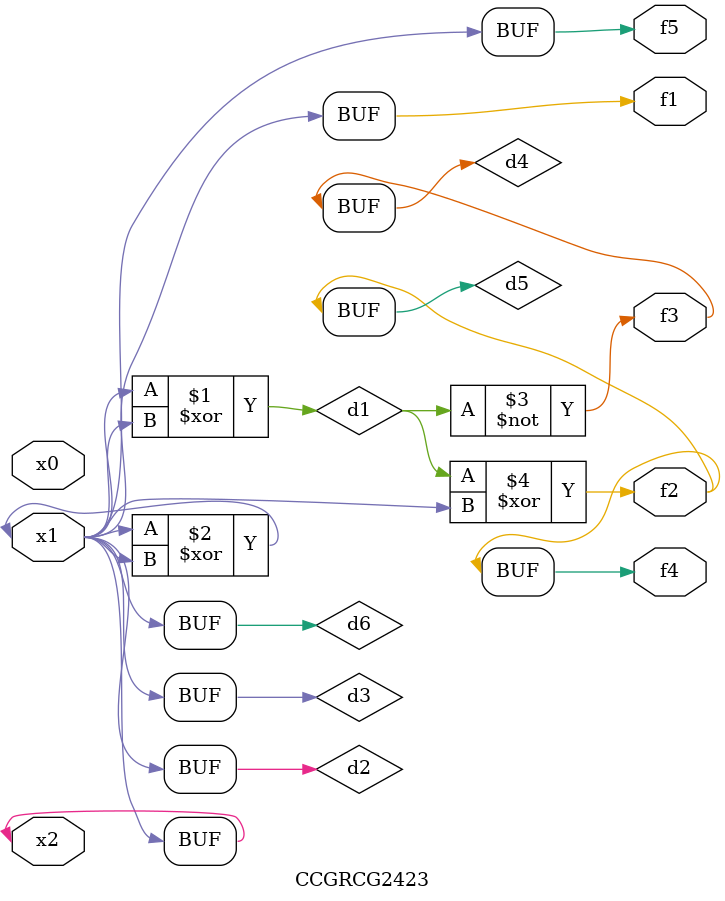
<source format=v>
module CCGRCG2423(
	input x0, x1, x2,
	output f1, f2, f3, f4, f5
);

	wire d1, d2, d3, d4, d5, d6;

	xor (d1, x1, x2);
	buf (d2, x1, x2);
	xor (d3, x1, x2);
	nor (d4, d1);
	xor (d5, d1, d2);
	buf (d6, d2, d3);
	assign f1 = d6;
	assign f2 = d5;
	assign f3 = d4;
	assign f4 = d5;
	assign f5 = d6;
endmodule

</source>
